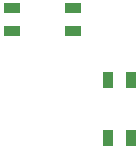
<source format=gbp>
G04 (created by PCBNEW-RS274X (2011-03-30 BZR 2932)-stable) date 18/05/2011 11:49:28 p.m.*
G01*
G70*
G90*
%MOIN*%
G04 Gerber Fmt 3.4, Leading zero omitted, Abs format*
%FSLAX34Y34*%
G04 APERTURE LIST*
%ADD10C,0.006000*%
%ADD11R,0.035000X0.055000*%
%ADD12R,0.055000X0.035000*%
G04 APERTURE END LIST*
G54D10*
G54D11*
X63175Y-23150D03*
X63925Y-23150D03*
G54D12*
X59950Y-21525D03*
X59950Y-20775D03*
G54D11*
X63175Y-25100D03*
X63925Y-25100D03*
G54D12*
X62000Y-21525D03*
X62000Y-20775D03*
M02*

</source>
